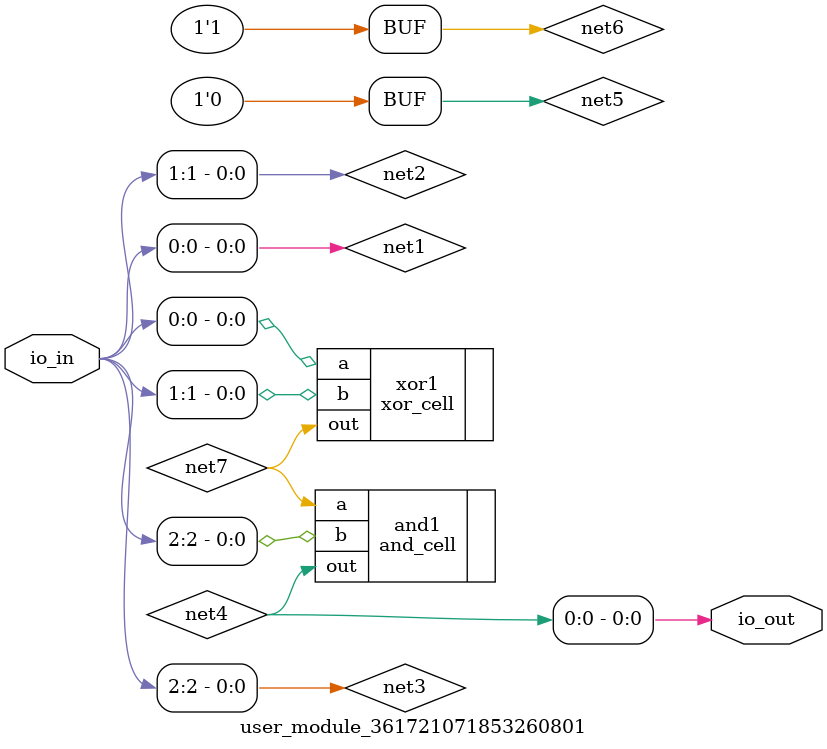
<source format=v>
/* Automatically generated from https://wokwi.com/projects/361721071853260801 */

`default_nettype none

module user_module_361721071853260801(
  input [7:0] io_in,
  output [7:0] io_out
);
  wire net1 = io_in[0];
  wire net2 = io_in[1];
  wire net3 = io_in[2];
  wire net4;
  wire net5 = 1'b0;
  wire net6 = 1'b1;
  wire net7;

  assign io_out[0] = net4;

  xor_cell xor1 (
    .a (net1),
    .b (net2),
    .out (net7)
  );
  and_cell and1 (
    .a (net7),
    .b (net3),
    .out (net4)
  );
endmodule

</source>
